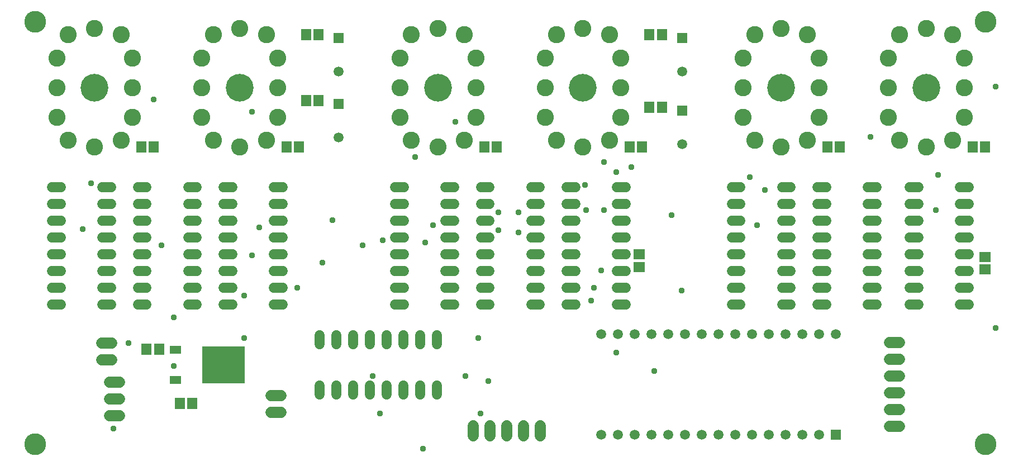
<source format=gbr>
G04 EAGLE Gerber RS-274X export*
G75*
%MOMM*%
%FSLAX34Y34*%
%LPD*%
%INSoldermask Bottom*%
%IPPOS*%
%AMOC8*
5,1,8,0,0,1.08239X$1,22.5*%
G01*
%ADD10C,3.303200*%
%ADD11C,4.203200*%
%ADD12R,1.511200X1.511200*%
%ADD13C,1.511200*%
%ADD14R,1.503200X1.703200*%
%ADD15C,1.524000*%
%ADD16R,6.403200X5.603200*%
%ADD17R,1.803200X1.203200*%
%ADD18C,1.727200*%
%ADD19C,2.603200*%
%ADD20R,1.703200X1.503200*%
%ADD21C,0.959600*%


D10*
X30000Y670000D03*
X30000Y30000D03*
X1470000Y670000D03*
X1470000Y30000D03*
D11*
X120000Y570000D03*
X340000Y570000D03*
X640000Y570000D03*
X860000Y570000D03*
X1160000Y570000D03*
X1380000Y570000D03*
D12*
X1243200Y43800D03*
D13*
X1217800Y43800D03*
X1192400Y43800D03*
X1167000Y43800D03*
X1141600Y43800D03*
X1116200Y43800D03*
X1090800Y43800D03*
X1065400Y43800D03*
X1040000Y43800D03*
X1014600Y43800D03*
X989200Y43800D03*
X963800Y43800D03*
X938400Y43800D03*
X913000Y43800D03*
X887600Y43800D03*
X887600Y196200D03*
X913000Y196200D03*
X938400Y196200D03*
X963800Y196200D03*
X989200Y196200D03*
X1014600Y196200D03*
X1040000Y196200D03*
X1065400Y196200D03*
X1090800Y196200D03*
X1116200Y196200D03*
X1141600Y196200D03*
X1167000Y196200D03*
X1192400Y196200D03*
X1217800Y196200D03*
X1243200Y196200D03*
D14*
X268070Y91110D03*
X249070Y91110D03*
X198640Y173850D03*
X217640Y173850D03*
D15*
X261496Y418900D02*
X274704Y418900D01*
X274704Y393500D02*
X261496Y393500D01*
X261496Y266500D02*
X274704Y266500D01*
X274704Y241100D02*
X261496Y241100D01*
X261496Y368100D02*
X274704Y368100D01*
X274704Y342700D02*
X261496Y342700D01*
X261496Y291900D02*
X274704Y291900D01*
X274704Y317300D02*
X261496Y317300D01*
X198504Y241100D02*
X185296Y241100D01*
X185296Y266500D02*
X198504Y266500D01*
X198504Y291900D02*
X185296Y291900D01*
X185296Y317300D02*
X198504Y317300D01*
X198504Y342700D02*
X185296Y342700D01*
X185296Y368100D02*
X198504Y368100D01*
X198504Y393500D02*
X185296Y393500D01*
X185296Y418900D02*
X198504Y418900D01*
X781496Y418900D02*
X794704Y418900D01*
X794704Y393500D02*
X781496Y393500D01*
X781496Y266500D02*
X794704Y266500D01*
X794704Y241100D02*
X781496Y241100D01*
X781496Y368100D02*
X794704Y368100D01*
X794704Y342700D02*
X781496Y342700D01*
X781496Y291900D02*
X794704Y291900D01*
X794704Y317300D02*
X781496Y317300D01*
X718504Y241100D02*
X705296Y241100D01*
X705296Y266500D02*
X718504Y266500D01*
X718504Y291900D02*
X705296Y291900D01*
X705296Y317300D02*
X718504Y317300D01*
X718504Y342700D02*
X705296Y342700D01*
X705296Y368100D02*
X718504Y368100D01*
X718504Y393500D02*
X705296Y393500D01*
X705296Y418900D02*
X718504Y418900D01*
X1291496Y418900D02*
X1304704Y418900D01*
X1304704Y393500D02*
X1291496Y393500D01*
X1291496Y266500D02*
X1304704Y266500D01*
X1304704Y241100D02*
X1291496Y241100D01*
X1291496Y368100D02*
X1304704Y368100D01*
X1304704Y342700D02*
X1291496Y342700D01*
X1291496Y291900D02*
X1304704Y291900D01*
X1304704Y317300D02*
X1291496Y317300D01*
X1228504Y241100D02*
X1215296Y241100D01*
X1215296Y266500D02*
X1228504Y266500D01*
X1228504Y291900D02*
X1215296Y291900D01*
X1215296Y317300D02*
X1228504Y317300D01*
X1228504Y342700D02*
X1215296Y342700D01*
X1215296Y368100D02*
X1228504Y368100D01*
X1228504Y393500D02*
X1215296Y393500D01*
X1215296Y418900D02*
X1228504Y418900D01*
D16*
X315000Y150000D03*
D17*
X242000Y127200D03*
X242000Y172800D03*
D15*
X638900Y118504D02*
X638900Y105296D01*
X613500Y105296D02*
X613500Y118504D01*
X486500Y118504D02*
X486500Y105296D01*
X461100Y105296D02*
X461100Y118504D01*
X588100Y118504D02*
X588100Y105296D01*
X562700Y105296D02*
X562700Y118504D01*
X511900Y118504D02*
X511900Y105296D01*
X537300Y105296D02*
X537300Y118504D01*
X461100Y181496D02*
X461100Y194704D01*
X486500Y194704D02*
X486500Y181496D01*
X511900Y181496D02*
X511900Y194704D01*
X537300Y194704D02*
X537300Y181496D01*
X562700Y181496D02*
X562700Y194704D01*
X588100Y194704D02*
X588100Y181496D01*
X613500Y181496D02*
X613500Y194704D01*
X638900Y194704D02*
X638900Y181496D01*
D18*
X1324280Y56500D02*
X1339520Y56500D01*
X1339520Y81900D02*
X1324280Y81900D01*
X1324280Y107300D02*
X1339520Y107300D01*
X1339520Y132700D02*
X1324280Y132700D01*
X1324280Y158100D02*
X1339520Y158100D01*
X1339520Y183500D02*
X1324280Y183500D01*
X145720Y182700D02*
X130480Y182700D01*
X130480Y157300D02*
X145720Y157300D01*
D19*
X80000Y650000D03*
X62500Y615000D03*
X62500Y570000D03*
X62500Y525000D03*
X80000Y490000D03*
X120000Y480000D03*
X160000Y490000D03*
X177500Y525000D03*
X177500Y570000D03*
X177500Y615000D03*
X160000Y650000D03*
X120000Y660000D03*
X300000Y650000D03*
X282500Y615000D03*
X282500Y570000D03*
X282500Y525000D03*
X300000Y490000D03*
X340000Y480000D03*
X380000Y490000D03*
X397500Y525000D03*
X397500Y570000D03*
X397500Y615000D03*
X380000Y650000D03*
X340000Y660000D03*
X600000Y650000D03*
X582500Y615000D03*
X582500Y570000D03*
X582500Y525000D03*
X600000Y490000D03*
X640000Y480000D03*
X680000Y490000D03*
X697500Y525000D03*
X697500Y570000D03*
X697500Y615000D03*
X680000Y650000D03*
X640000Y660000D03*
X820000Y650000D03*
X802500Y615000D03*
X802500Y570000D03*
X802500Y525000D03*
X820000Y490000D03*
X860000Y480000D03*
X900000Y490000D03*
X917500Y525000D03*
X917500Y570000D03*
X917500Y615000D03*
X900000Y650000D03*
X860000Y660000D03*
X1120000Y650000D03*
X1102500Y615000D03*
X1102500Y570000D03*
X1102500Y525000D03*
X1120000Y490000D03*
X1160000Y480000D03*
X1200000Y490000D03*
X1217500Y525000D03*
X1217500Y570000D03*
X1217500Y615000D03*
X1200000Y650000D03*
X1160000Y660000D03*
X1340000Y650000D03*
X1322500Y615000D03*
X1322500Y570000D03*
X1322500Y525000D03*
X1340000Y490000D03*
X1380000Y480000D03*
X1420000Y490000D03*
X1437500Y525000D03*
X1437500Y570000D03*
X1437500Y615000D03*
X1420000Y650000D03*
X1380000Y660000D03*
D14*
X190500Y480000D03*
X209500Y480000D03*
X960500Y650000D03*
X979500Y650000D03*
X410500Y480000D03*
X429500Y480000D03*
X710500Y480000D03*
X729500Y480000D03*
X930500Y480000D03*
X949500Y480000D03*
X1230500Y480000D03*
X1249500Y480000D03*
X1450500Y480000D03*
X1469500Y480000D03*
X440500Y650000D03*
X459500Y650000D03*
X440500Y550000D03*
X459500Y550000D03*
X960500Y540000D03*
X979500Y540000D03*
D15*
X144704Y418900D02*
X131496Y418900D01*
X131496Y393500D02*
X144704Y393500D01*
X144704Y266500D02*
X131496Y266500D01*
X131496Y241100D02*
X144704Y241100D01*
X144704Y368100D02*
X131496Y368100D01*
X131496Y342700D02*
X144704Y342700D01*
X144704Y291900D02*
X131496Y291900D01*
X131496Y317300D02*
X144704Y317300D01*
X68504Y241100D02*
X55296Y241100D01*
X55296Y266500D02*
X68504Y266500D01*
X68504Y291900D02*
X55296Y291900D01*
X55296Y317300D02*
X68504Y317300D01*
X68504Y342700D02*
X55296Y342700D01*
X55296Y368100D02*
X68504Y368100D01*
X68504Y393500D02*
X55296Y393500D01*
X55296Y418900D02*
X68504Y418900D01*
D12*
X1010000Y535400D03*
D13*
X1010000Y484600D03*
D12*
X1010000Y645400D03*
D13*
X1010000Y594600D03*
D15*
X404704Y418900D02*
X391496Y418900D01*
X391496Y393500D02*
X404704Y393500D01*
X404704Y266500D02*
X391496Y266500D01*
X391496Y241100D02*
X404704Y241100D01*
X404704Y368100D02*
X391496Y368100D01*
X391496Y342700D02*
X404704Y342700D01*
X404704Y291900D02*
X391496Y291900D01*
X391496Y317300D02*
X404704Y317300D01*
X328504Y241100D02*
X315296Y241100D01*
X315296Y266500D02*
X328504Y266500D01*
X328504Y291900D02*
X315296Y291900D01*
X315296Y317300D02*
X328504Y317300D01*
X328504Y342700D02*
X315296Y342700D01*
X315296Y368100D02*
X328504Y368100D01*
X328504Y393500D02*
X315296Y393500D01*
X315296Y418900D02*
X328504Y418900D01*
X651496Y418900D02*
X664704Y418900D01*
X664704Y393500D02*
X651496Y393500D01*
X651496Y266500D02*
X664704Y266500D01*
X664704Y241100D02*
X651496Y241100D01*
X651496Y368100D02*
X664704Y368100D01*
X664704Y342700D02*
X651496Y342700D01*
X651496Y291900D02*
X664704Y291900D01*
X664704Y317300D02*
X651496Y317300D01*
X588504Y241100D02*
X575296Y241100D01*
X575296Y266500D02*
X588504Y266500D01*
X588504Y291900D02*
X575296Y291900D01*
X575296Y317300D02*
X588504Y317300D01*
X588504Y342700D02*
X575296Y342700D01*
X575296Y368100D02*
X588504Y368100D01*
X588504Y393500D02*
X575296Y393500D01*
X575296Y418900D02*
X588504Y418900D01*
X911496Y418900D02*
X924704Y418900D01*
X924704Y393500D02*
X911496Y393500D01*
X911496Y266500D02*
X924704Y266500D01*
X924704Y241100D02*
X911496Y241100D01*
X911496Y368100D02*
X924704Y368100D01*
X924704Y342700D02*
X911496Y342700D01*
X911496Y291900D02*
X924704Y291900D01*
X924704Y317300D02*
X911496Y317300D01*
X848504Y241100D02*
X835296Y241100D01*
X835296Y266500D02*
X848504Y266500D01*
X848504Y291900D02*
X835296Y291900D01*
X835296Y317300D02*
X848504Y317300D01*
X848504Y342700D02*
X835296Y342700D01*
X835296Y368100D02*
X848504Y368100D01*
X848504Y393500D02*
X835296Y393500D01*
X835296Y418900D02*
X848504Y418900D01*
X1161496Y418900D02*
X1174704Y418900D01*
X1174704Y393500D02*
X1161496Y393500D01*
X1161496Y266500D02*
X1174704Y266500D01*
X1174704Y241100D02*
X1161496Y241100D01*
X1161496Y368100D02*
X1174704Y368100D01*
X1174704Y342700D02*
X1161496Y342700D01*
X1161496Y291900D02*
X1174704Y291900D01*
X1174704Y317300D02*
X1161496Y317300D01*
X1098504Y241100D02*
X1085296Y241100D01*
X1085296Y266500D02*
X1098504Y266500D01*
X1098504Y291900D02*
X1085296Y291900D01*
X1085296Y317300D02*
X1098504Y317300D01*
X1098504Y342700D02*
X1085296Y342700D01*
X1085296Y368100D02*
X1098504Y368100D01*
X1098504Y393500D02*
X1085296Y393500D01*
X1085296Y418900D02*
X1098504Y418900D01*
X1431496Y418900D02*
X1444704Y418900D01*
X1444704Y393500D02*
X1431496Y393500D01*
X1431496Y266500D02*
X1444704Y266500D01*
X1444704Y241100D02*
X1431496Y241100D01*
X1431496Y368100D02*
X1444704Y368100D01*
X1444704Y342700D02*
X1431496Y342700D01*
X1431496Y291900D02*
X1444704Y291900D01*
X1444704Y317300D02*
X1431496Y317300D01*
X1368504Y241100D02*
X1355296Y241100D01*
X1355296Y266500D02*
X1368504Y266500D01*
X1368504Y291900D02*
X1355296Y291900D01*
X1355296Y317300D02*
X1368504Y317300D01*
X1368504Y342700D02*
X1355296Y342700D01*
X1355296Y368100D02*
X1368504Y368100D01*
X1368504Y393500D02*
X1355296Y393500D01*
X1355296Y418900D02*
X1368504Y418900D01*
D18*
X157620Y72500D02*
X142380Y72500D01*
X142380Y97900D02*
X157620Y97900D01*
X157620Y123300D02*
X142380Y123300D01*
X387380Y78000D02*
X402620Y78000D01*
X402620Y103400D02*
X387380Y103400D01*
D12*
X490000Y645400D03*
D13*
X490000Y594600D03*
D12*
X490000Y545400D03*
D13*
X490000Y494600D03*
D20*
X944990Y317120D03*
X944990Y298120D03*
X1468930Y313310D03*
X1468930Y294310D03*
D18*
X795250Y57620D02*
X795250Y42380D01*
X769850Y42380D02*
X769850Y57620D01*
X744450Y57620D02*
X744450Y42380D01*
X719050Y42380D02*
X719050Y57620D01*
X693650Y57620D02*
X693650Y42380D01*
D21*
X220980Y331470D03*
X346710Y255270D03*
X358140Y316230D03*
X240030Y221600D03*
X731520Y354330D03*
X240030Y148590D03*
X617220Y22860D03*
X716280Y125730D03*
X701040Y190500D03*
X1485296Y205740D03*
X1009650Y262890D03*
X480060Y369570D03*
X464820Y304800D03*
X556260Y339090D03*
X632460Y361950D03*
X762000Y350520D03*
X762000Y381000D03*
X1123950Y361950D03*
X994410Y377190D03*
X525780Y331470D03*
X731520Y381000D03*
X171450Y182880D03*
X148590Y53340D03*
X541020Y133350D03*
X681990Y133350D03*
X346710Y190500D03*
X967740Y140970D03*
X426720Y266700D03*
X910590Y168882D03*
X872490Y247650D03*
X101600Y355600D03*
X114300Y425450D03*
X209550Y552450D03*
X358140Y533400D03*
X369570Y358140D03*
X621030Y335280D03*
X605790Y464820D03*
X666750Y518160D03*
X910590Y441960D03*
X876300Y266700D03*
X862700Y422910D03*
X887730Y293370D03*
X891540Y457200D03*
X891540Y384810D03*
X864870Y384810D03*
X933450Y449580D03*
X1135380Y415290D03*
X1112520Y434340D03*
X1295400Y495300D03*
X1394460Y384810D03*
X1398270Y438150D03*
X1485296Y571500D03*
X704850Y76200D03*
X552450Y76200D03*
M02*

</source>
